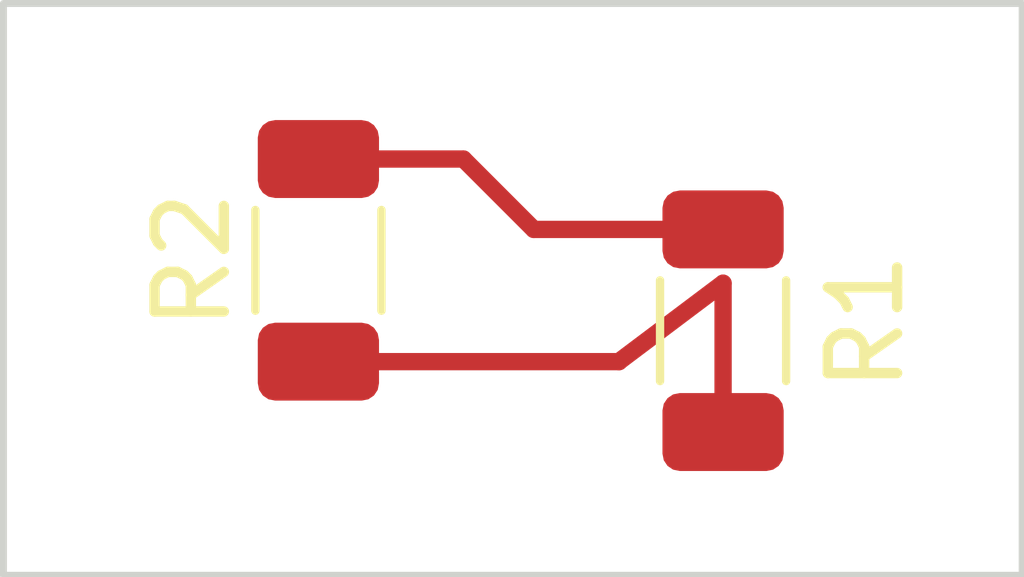
<source format=kicad_pcb>
(kicad_pcb (version 20210228) (generator pcbnew)
  (layers (0 "F.Cu" signal) (31 "B.Cu" signal) (34 "B.Paste" user) (35 "F.Paste" user) (36 "B.SilkS" user "B.Silkscreen") (37 "F.SilkS" user "F.Silkscreen") (38 "B.Mask" user) (39 "F.Mask" user) (44 "Edge.Cuts" user))
  (net 0 "")
  (net 1 "/NET_B")
  (net 2 "/NET_A")
  (footprint "Resistor_SMD:R_1206_3216Metric" (layer "F.Cu") (at 141.351 78.867 90)
    (fp_text reference "R1" (at 0.127 2.0574 90) (layer "F.SilkS"))
    (fp_text value "10k")
    (fp_line (start -0.727064 -0.91) (end 0.727064 -0.91) (layer "F.SilkS") (width 0.12))
    (fp_line (start -0.727064 0.91) (end 0.727064 0.91) (layer "F.SilkS") (width 0.12))
    (pad "1" smd roundrect (at -1.4625 0 90) (size 1.125 1.75) (layers "F.Cu" "F.Paste" "F.Mask") (roundrect_rratio 0.222222) (net 2 "/NET_A"))
    (pad "2" smd roundrect (at 1.4625 0 90) (size 1.125 1.75) (layers "F.Cu" "F.Paste" "F.Mask") (roundrect_rratio 0.222222) (net 1 "/NET_B"))
  )
  (footprint "Resistor_SMD:R_1206_3216Metric" (layer "F.Cu") (at 135.509 77.851 90)
    (fp_text reference "R2" (at 0 -1.82 90) (layer "F.SilkS"))
    (fp_text value "10k")
    (fp_line (start -0.727064 -0.91) (end 0.727064 -0.91) (layer "F.SilkS") (width 0.12))
    (fp_line (start -0.727064 0.91) (end 0.727064 0.91) (layer "F.SilkS") (width 0.12))
    (pad "1" smd roundrect (at -1.4625 0 90) (size 1.125 1.75) (layers "F.Cu" "F.Paste" "F.Mask") (roundrect_rratio 0.222222) (net 2 "/NET_A"))
    (pad "2" smd roundrect (at 1.4625 0 90) (size 1.125 1.75) (layers "F.Cu" "F.Paste" "F.Mask") (roundrect_rratio 0.222222) (net 1 "/NET_B"))
  )
  (gr_rect (start 130.9624 74.1426) (end 145.669 82.3976) (layer "Edge.Cuts") (width 0.1) (fill none))
  (segment (start 137.6025 76.3885) (end 138.6185 77.4045) (width 0.25) (layer "F.Cu") (net 1))
  (segment (start 138.6185 77.4045) (end 141.351 77.4045) (width 0.25) (layer "F.Cu") (net 1))
  (segment (start 135.509 76.3885) (end 137.6025 76.3885) (width 0.25) (layer "F.Cu") (net 1))
  (segment (start 139.848946 79.3135) (end 135.509 79.3135) (width 0.25) (layer "F.Cu") (net 2))
  (segment (start 141.351 80.3295) (end 141.351 78.1812) (width 0.25) (layer "F.Cu") (net 2))
  (segment (start 139.858023 79.304423) (end 139.848946 79.3135) (width 0.25) (layer "F.Cu") (net 2))
  (segment (start 141.351 78.1812) (end 139.858023 79.304423) (width 0.25) (layer "F.Cu") (net 2))
)
</source>
